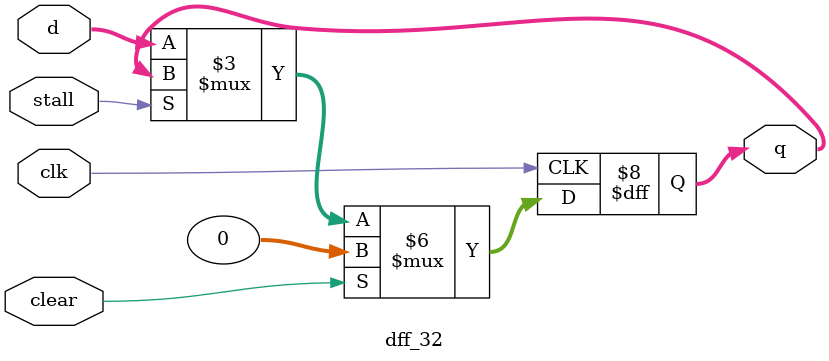
<source format=v>
`timescale 1ns / 1ps

module dff(
    input clk,
    input d,
    input stall,
    input clear,
    output reg q
    );
always@(posedge clk)begin
    if(clear)q<=0;
    else if(stall) q<=q;
    else q<=d;
end
endmodule
module dff_2(
    input clk,
    input[1:0] d,
    input stall,
    input clear,
    output reg[1:0] q
    );
always@(posedge clk)begin
    if(clear)q<=0;
    else if(stall) q<=q;
    else q<=d;
end
endmodule
module dff_3(
    input clk,
    input stall,
    input[2:0] d,
    input clear,
    output reg[2:0] q
);    
always@(posedge clk)begin
    if(clear)q<=0;
    else if(stall) q<=q;
    else q<=d;
end
endmodule
module dff_4(
    input clk,
    input[3:0] d,
    input stall,
    input clear,
    output reg[3:0] q
);    
always@(posedge clk)begin
    if(clear)q<=0;
    else if(stall) q<=q;
    else q<=d;
end
endmodule
module dff_5(
    input clk,
    input[4:0] d,
    input stall,
    input clear,
    output reg[4:0] q
);    
always@(posedge clk)begin
    if(clear)q<=0;
    else if(stall) q<=q;
    else q<=d;
end
endmodule
module dff_32(
    input clk,
    input[31:0] d,
    input stall,
    input clear,
    output reg[31:0] q
);    
always@(posedge clk)begin
    if(clear)q<=0;
    else if(stall) q<=q;
    else q<=d;
end
endmodule



</source>
